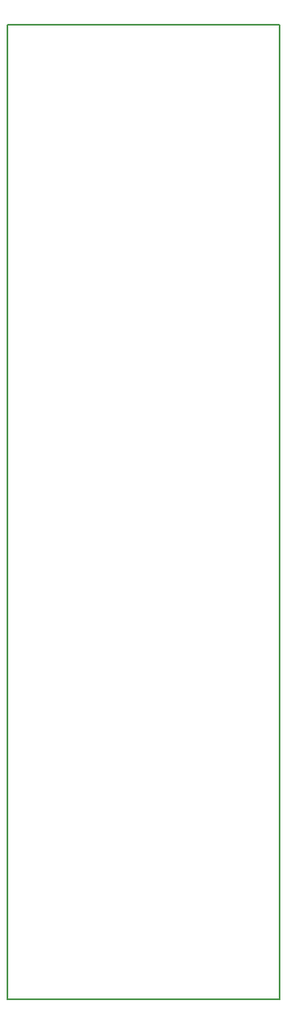
<source format=gbr>
G04 #@! TF.GenerationSoftware,KiCad,Pcbnew,(5.0.0-3-g5ebb6b6)*
G04 #@! TF.CreationDate,2019-01-01T15:12:14-08:00*
G04 #@! TF.ProjectId,BuffMult,427566664D756C742E6B696361645F70,rev?*
G04 #@! TF.SameCoordinates,Original*
G04 #@! TF.FileFunction,Profile,NP*
%FSLAX46Y46*%
G04 Gerber Fmt 4.6, Leading zero omitted, Abs format (unit mm)*
G04 Created by KiCad (PCBNEW (5.0.0-3-g5ebb6b6)) date Tuesday, January 01, 2019 at 03:12:14 PM*
%MOMM*%
%LPD*%
G01*
G04 APERTURE LIST*
%ADD10C,0.150000*%
G04 APERTURE END LIST*
D10*
X99000000Y-160000000D02*
X99000000Y-60000000D01*
X127000000Y-160000000D02*
X99000000Y-160000000D01*
X127000000Y-60000000D02*
X127000000Y-160000000D01*
X99000000Y-60000000D02*
X127000000Y-60000000D01*
M02*

</source>
